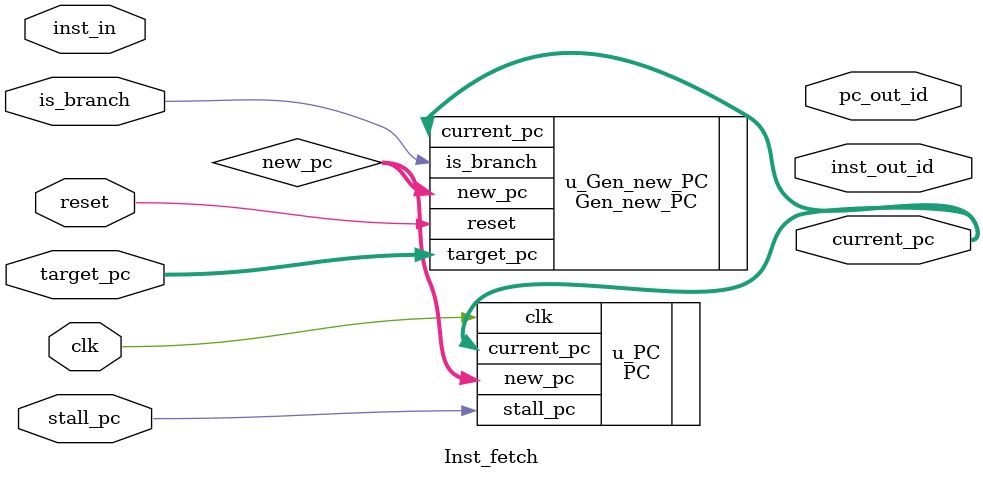
<source format=v>
module Inst_fetch (
    input wire clk,
    input wire reset,
    input wire stall_pc,
    input wire is_branch,
    input wire [31:0] target_pc,

    output wire [31:0] current_pc,

    input wire [31:0] inst_in,
    output reg [31:0] inst_out_id,
    output reg [31:0] pc_out_id
);
    wire [31:0] new_pc;
    
    Gen_new_PC  u_Gen_new_PC (
        .reset                   ( reset        ),
        .is_branch               ( is_branch    ),
        .current_pc              ( current_pc   ),
        .target_pc               ( target_pc    ),

        .new_pc                  ( new_pc       )
    );

    PC  u_PC (
        .clk                     ( clk          ),
        .stall_pc                ( stall_pc     ),
        .new_pc                  ( new_pc       ),

        .current_pc              ( current_pc   )
    );

    always @(posedge clk) begin
        if(~stall_id) begin
            inst_out <= inst_in;
            pc_out <= current_pc;
        end
        
    end
endmodule
</source>
